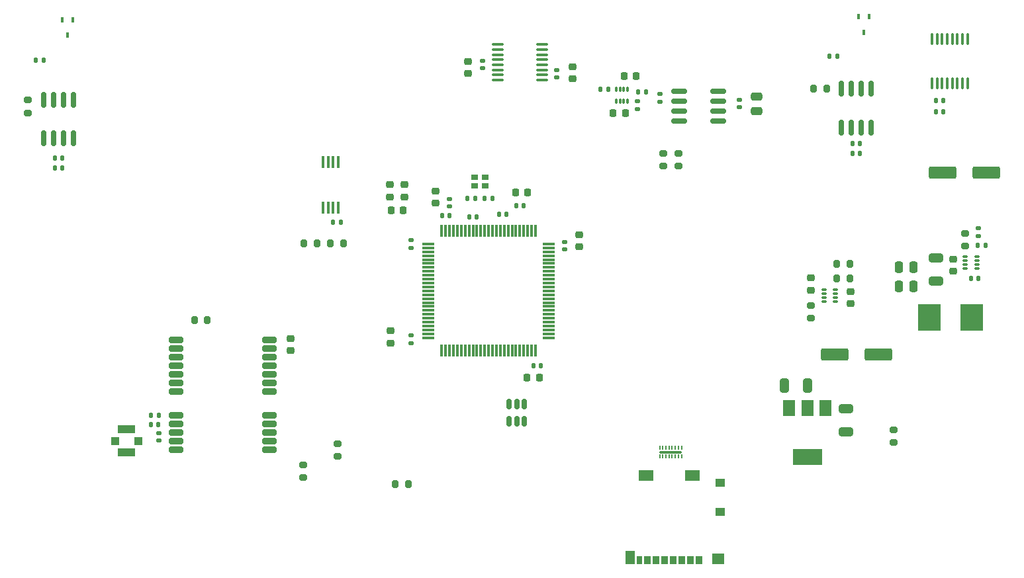
<source format=gtp>
G04 #@! TF.GenerationSoftware,KiCad,Pcbnew,7.0.8*
G04 #@! TF.CreationDate,2023-12-03T17:14:39-07:00*
G04 #@! TF.ProjectId,sdm24logger,73646d32-346c-46f6-9767-65722e6b6963,v3*
G04 #@! TF.SameCoordinates,Original*
G04 #@! TF.FileFunction,Paste,Top*
G04 #@! TF.FilePolarity,Positive*
%FSLAX46Y46*%
G04 Gerber Fmt 4.6, Leading zero omitted, Abs format (unit mm)*
G04 Created by KiCad (PCBNEW 7.0.8) date 2023-12-03 17:14:39*
%MOMM*%
%LPD*%
G01*
G04 APERTURE LIST*
G04 Aperture macros list*
%AMRoundRect*
0 Rectangle with rounded corners*
0 $1 Rounding radius*
0 $2 $3 $4 $5 $6 $7 $8 $9 X,Y pos of 4 corners*
0 Add a 4 corners polygon primitive as box body*
4,1,4,$2,$3,$4,$5,$6,$7,$8,$9,$2,$3,0*
0 Add four circle primitives for the rounded corners*
1,1,$1+$1,$2,$3*
1,1,$1+$1,$4,$5*
1,1,$1+$1,$6,$7*
1,1,$1+$1,$8,$9*
0 Add four rect primitives between the rounded corners*
20,1,$1+$1,$2,$3,$4,$5,0*
20,1,$1+$1,$4,$5,$6,$7,0*
20,1,$1+$1,$6,$7,$8,$9,0*
20,1,$1+$1,$8,$9,$2,$3,0*%
G04 Aperture macros list end*
%ADD10RoundRect,0.140000X0.140000X0.170000X-0.140000X0.170000X-0.140000X-0.170000X0.140000X-0.170000X0*%
%ADD11RoundRect,0.135000X-0.135000X-0.185000X0.135000X-0.185000X0.135000X0.185000X-0.135000X0.185000X0*%
%ADD12RoundRect,0.200000X0.200000X0.275000X-0.200000X0.275000X-0.200000X-0.275000X0.200000X-0.275000X0*%
%ADD13RoundRect,0.140000X-0.140000X-0.170000X0.140000X-0.170000X0.140000X0.170000X-0.140000X0.170000X0*%
%ADD14RoundRect,0.225000X-0.250000X0.225000X-0.250000X-0.225000X0.250000X-0.225000X0.250000X0.225000X0*%
%ADD15RoundRect,0.250000X-1.500000X-0.550000X1.500000X-0.550000X1.500000X0.550000X-1.500000X0.550000X0*%
%ADD16RoundRect,0.200000X-0.200000X-0.275000X0.200000X-0.275000X0.200000X0.275000X-0.200000X0.275000X0*%
%ADD17RoundRect,0.225000X-0.225000X-0.250000X0.225000X-0.250000X0.225000X0.250000X-0.225000X0.250000X0*%
%ADD18RoundRect,0.225000X0.225000X0.250000X-0.225000X0.250000X-0.225000X-0.250000X0.225000X-0.250000X0*%
%ADD19RoundRect,0.150000X-0.150000X0.512500X-0.150000X-0.512500X0.150000X-0.512500X0.150000X0.512500X0*%
%ADD20RoundRect,0.200000X0.275000X-0.200000X0.275000X0.200000X-0.275000X0.200000X-0.275000X-0.200000X0*%
%ADD21RoundRect,0.140000X0.170000X-0.140000X0.170000X0.140000X-0.170000X0.140000X-0.170000X-0.140000X0*%
%ADD22RoundRect,0.050000X-0.050000X0.175000X-0.050000X-0.175000X0.050000X-0.175000X0.050000X0.175000X0*%
%ADD23RoundRect,0.075000X-1.325000X0.075000X-1.325000X-0.075000X1.325000X-0.075000X1.325000X0.075000X0*%
%ADD24RoundRect,0.135000X0.185000X-0.135000X0.185000X0.135000X-0.185000X0.135000X-0.185000X-0.135000X0*%
%ADD25R,1.000000X1.000000*%
%ADD26R,2.200000X1.050000*%
%ADD27R,2.950000X3.500000*%
%ADD28RoundRect,0.218750X0.218750X0.256250X-0.218750X0.256250X-0.218750X-0.256250X0.218750X-0.256250X0*%
%ADD29RoundRect,0.225000X0.250000X-0.225000X0.250000X0.225000X-0.250000X0.225000X-0.250000X-0.225000X0*%
%ADD30RoundRect,0.075000X0.075000X-0.260000X0.075000X0.260000X-0.075000X0.260000X-0.075000X-0.260000X0*%
%ADD31RoundRect,0.250000X-0.325000X-0.650000X0.325000X-0.650000X0.325000X0.650000X-0.325000X0.650000X0*%
%ADD32R,0.850000X1.100000*%
%ADD33R,0.750000X1.100000*%
%ADD34R,1.200000X1.000000*%
%ADD35R,1.550000X1.350000*%
%ADD36R,1.900000X1.350000*%
%ADD37R,1.170000X1.800000*%
%ADD38RoundRect,0.075000X-0.075000X0.725000X-0.075000X-0.725000X0.075000X-0.725000X0.075000X0.725000X0*%
%ADD39RoundRect,0.075000X-0.725000X0.075000X-0.725000X-0.075000X0.725000X-0.075000X0.725000X0.075000X0*%
%ADD40RoundRect,0.250000X-0.250000X-0.475000X0.250000X-0.475000X0.250000X0.475000X-0.250000X0.475000X0*%
%ADD41R,0.450000X0.700000*%
%ADD42RoundRect,0.150000X0.150000X-0.825000X0.150000X0.825000X-0.150000X0.825000X-0.150000X-0.825000X0*%
%ADD43RoundRect,0.135000X-0.185000X0.135000X-0.185000X-0.135000X0.185000X-0.135000X0.185000X0.135000X0*%
%ADD44RoundRect,0.250000X-0.650000X0.325000X-0.650000X-0.325000X0.650000X-0.325000X0.650000X0.325000X0*%
%ADD45RoundRect,0.200000X-0.275000X0.200000X-0.275000X-0.200000X0.275000X-0.200000X0.275000X0.200000X0*%
%ADD46RoundRect,0.150000X0.825000X0.150000X-0.825000X0.150000X-0.825000X-0.150000X0.825000X-0.150000X0*%
%ADD47RoundRect,0.135000X0.135000X0.185000X-0.135000X0.185000X-0.135000X-0.185000X0.135000X-0.185000X0*%
%ADD48RoundRect,0.140000X-0.170000X0.140000X-0.170000X-0.140000X0.170000X-0.140000X0.170000X0.140000X0*%
%ADD49RoundRect,0.147500X0.172500X-0.147500X0.172500X0.147500X-0.172500X0.147500X-0.172500X-0.147500X0*%
%ADD50RoundRect,0.075000X0.260000X0.075000X-0.260000X0.075000X-0.260000X-0.075000X0.260000X-0.075000X0*%
%ADD51RoundRect,0.200000X-0.700000X-0.200000X0.700000X-0.200000X0.700000X0.200000X-0.700000X0.200000X0*%
%ADD52R,0.900000X0.800000*%
%ADD53RoundRect,0.100000X-0.100000X0.637500X-0.100000X-0.637500X0.100000X-0.637500X0.100000X0.637500X0*%
%ADD54RoundRect,0.075000X-0.260000X-0.075000X0.260000X-0.075000X0.260000X0.075000X-0.260000X0.075000X0*%
%ADD55RoundRect,0.250000X0.475000X-0.250000X0.475000X0.250000X-0.475000X0.250000X-0.475000X-0.250000X0*%
%ADD56RoundRect,0.100000X-0.100000X0.675000X-0.100000X-0.675000X0.100000X-0.675000X0.100000X0.675000X0*%
%ADD57RoundRect,0.100000X0.637500X0.100000X-0.637500X0.100000X-0.637500X-0.100000X0.637500X-0.100000X0*%
%ADD58R,1.500000X2.000000*%
%ADD59R,3.800000X2.000000*%
G04 APERTURE END LIST*
D10*
X126480000Y-111500000D03*
X125520000Y-111500000D03*
D11*
X171590000Y-91000000D03*
X172610000Y-91000000D03*
D12*
X117725000Y-145700000D03*
X116075000Y-145700000D03*
D13*
X185220000Y-98100000D03*
X186180000Y-98100000D03*
D14*
X139600000Y-113825000D03*
X139600000Y-115375000D03*
D15*
X172260000Y-129140000D03*
X177860000Y-129140000D03*
D10*
X73505000Y-103965000D03*
X72545000Y-103965000D03*
D16*
X104375000Y-114900000D03*
X106025000Y-114900000D03*
D17*
X132925000Y-132100000D03*
X134475000Y-132100000D03*
D12*
X92025000Y-124700000D03*
X90375000Y-124700000D03*
D10*
X123025000Y-111400000D03*
X122065000Y-111400000D03*
D18*
X145475000Y-98200000D03*
X143925000Y-98200000D03*
D12*
X174185000Y-119440000D03*
X172535000Y-119440000D03*
D16*
X169575000Y-95100000D03*
X171225000Y-95100000D03*
D19*
X132550000Y-135462500D03*
X131600000Y-135462500D03*
X130650000Y-135462500D03*
X130650000Y-137737500D03*
X131600000Y-137737500D03*
X132550000Y-137737500D03*
D10*
X85780000Y-138100000D03*
X84820000Y-138100000D03*
D15*
X186060000Y-105840000D03*
X191660000Y-105840000D03*
D20*
X179800000Y-140425000D03*
X179800000Y-138775000D03*
D10*
X175480000Y-103400000D03*
X174520000Y-103400000D03*
D21*
X118100000Y-127680000D03*
X118100000Y-126720000D03*
D22*
X152680000Y-141075000D03*
X152280000Y-141075000D03*
X151880000Y-141075000D03*
X151480000Y-141075000D03*
X151080000Y-141075000D03*
X150680000Y-141075000D03*
X150280000Y-141075000D03*
X149880000Y-141075000D03*
X149880000Y-142225000D03*
X150280000Y-142225000D03*
X150680000Y-142225000D03*
X151080000Y-142225000D03*
X151480000Y-142225000D03*
X151880000Y-142225000D03*
X152280000Y-142225000D03*
X152680000Y-142225000D03*
D23*
X151280000Y-141650000D03*
D21*
X160075000Y-97515000D03*
X160075000Y-96555000D03*
D24*
X147030000Y-97770000D03*
X147030000Y-96750000D03*
D25*
X83200000Y-140200000D03*
D26*
X81700000Y-141675000D03*
D25*
X80200000Y-140200000D03*
D26*
X81700000Y-138725000D03*
D10*
X128460000Y-109170000D03*
X127500000Y-109170000D03*
D27*
X184335000Y-124400000D03*
X189785000Y-124400000D03*
D20*
X104300000Y-144925000D03*
X104300000Y-143275000D03*
D10*
X126260000Y-109170000D03*
X125300000Y-109170000D03*
D28*
X117085000Y-110697500D03*
X115510000Y-110697500D03*
D21*
X123000000Y-110180000D03*
X123000000Y-109220000D03*
D29*
X115410000Y-108972500D03*
X115410000Y-107422500D03*
D30*
X144300000Y-96700000D03*
X144800000Y-96700000D03*
X145300000Y-96700000D03*
X145800000Y-96700000D03*
X145800000Y-95220000D03*
X145300000Y-95220000D03*
X144800000Y-95220000D03*
X144300000Y-95220000D03*
D31*
X165835000Y-133140000D03*
X168785000Y-133140000D03*
D32*
X154945000Y-155450000D03*
X153845000Y-155450000D03*
X152745000Y-155450000D03*
X151645000Y-155450000D03*
X150545000Y-155450000D03*
X149445000Y-155450000D03*
X148345000Y-155450000D03*
D33*
X147295000Y-155450000D03*
D34*
X157580000Y-149300000D03*
X157580000Y-145600000D03*
D35*
X157405000Y-155325000D03*
D36*
X154080000Y-144625000D03*
X148110000Y-144625000D03*
D37*
X146085000Y-155100000D03*
D38*
X134000000Y-113325000D03*
X133500000Y-113325000D03*
X133000000Y-113325000D03*
X132500000Y-113325000D03*
X132000000Y-113325000D03*
X131500000Y-113325000D03*
X131000000Y-113325000D03*
X130500000Y-113325000D03*
X130000000Y-113325000D03*
X129500000Y-113325000D03*
X129000000Y-113325000D03*
X128500000Y-113325000D03*
X128000000Y-113325000D03*
X127500000Y-113325000D03*
X127000000Y-113325000D03*
X126500000Y-113325000D03*
X126000000Y-113325000D03*
X125500000Y-113325000D03*
X125000000Y-113325000D03*
X124500000Y-113325000D03*
X124000000Y-113325000D03*
X123500000Y-113325000D03*
X123000000Y-113325000D03*
X122500000Y-113325000D03*
X122000000Y-113325000D03*
D39*
X120325000Y-115000000D03*
X120325000Y-115500000D03*
X120325000Y-116000000D03*
X120325000Y-116500000D03*
X120325000Y-117000000D03*
X120325000Y-117500000D03*
X120325000Y-118000000D03*
X120325000Y-118500000D03*
X120325000Y-119000000D03*
X120325000Y-119500000D03*
X120325000Y-120000000D03*
X120325000Y-120500000D03*
X120325000Y-121000000D03*
X120325000Y-121500000D03*
X120325000Y-122000000D03*
X120325000Y-122500000D03*
X120325000Y-123000000D03*
X120325000Y-123500000D03*
X120325000Y-124000000D03*
X120325000Y-124500000D03*
X120325000Y-125000000D03*
X120325000Y-125500000D03*
X120325000Y-126000000D03*
X120325000Y-126500000D03*
X120325000Y-127000000D03*
D38*
X122000000Y-128675000D03*
X122500000Y-128675000D03*
X123000000Y-128675000D03*
X123500000Y-128675000D03*
X124000000Y-128675000D03*
X124500000Y-128675000D03*
X125000000Y-128675000D03*
X125500000Y-128675000D03*
X126000000Y-128675000D03*
X126500000Y-128675000D03*
X127000000Y-128675000D03*
X127500000Y-128675000D03*
X128000000Y-128675000D03*
X128500000Y-128675000D03*
X129000000Y-128675000D03*
X129500000Y-128675000D03*
X130000000Y-128675000D03*
X130500000Y-128675000D03*
X131000000Y-128675000D03*
X131500000Y-128675000D03*
X132000000Y-128675000D03*
X132500000Y-128675000D03*
X133000000Y-128675000D03*
X133500000Y-128675000D03*
X134000000Y-128675000D03*
D39*
X135675000Y-127000000D03*
X135675000Y-126500000D03*
X135675000Y-126000000D03*
X135675000Y-125500000D03*
X135675000Y-125000000D03*
X135675000Y-124500000D03*
X135675000Y-124000000D03*
X135675000Y-123500000D03*
X135675000Y-123000000D03*
X135675000Y-122500000D03*
X135675000Y-122000000D03*
X135675000Y-121500000D03*
X135675000Y-121000000D03*
X135675000Y-120500000D03*
X135675000Y-120000000D03*
X135675000Y-119500000D03*
X135675000Y-119000000D03*
X135675000Y-118500000D03*
X135675000Y-118000000D03*
X135675000Y-117500000D03*
X135675000Y-117000000D03*
X135675000Y-116500000D03*
X135675000Y-116000000D03*
X135675000Y-115500000D03*
X135675000Y-115000000D03*
D21*
X118045000Y-115490000D03*
X118045000Y-114530000D03*
D17*
X145355000Y-93460000D03*
X146905000Y-93460000D03*
D40*
X180450000Y-120460000D03*
X182350000Y-120460000D03*
D41*
X176650000Y-85900000D03*
X175350000Y-85900000D03*
X176000000Y-87900000D03*
X74795000Y-86275000D03*
X73495000Y-86275000D03*
X74145000Y-88275000D03*
D13*
X131520000Y-110100000D03*
X132480000Y-110100000D03*
D14*
X187410000Y-116925000D03*
X187410000Y-118475000D03*
X115500000Y-126125000D03*
X115500000Y-127675000D03*
D42*
X173095000Y-100075000D03*
X174365000Y-100075000D03*
X175635000Y-100075000D03*
X176905000Y-100075000D03*
X176905000Y-95125000D03*
X175635000Y-95125000D03*
X174365000Y-95125000D03*
X173095000Y-95125000D03*
D20*
X69100000Y-98225000D03*
X69100000Y-96575000D03*
D42*
X71095000Y-101475000D03*
X72365000Y-101475000D03*
X73635000Y-101475000D03*
X74905000Y-101475000D03*
X74905000Y-96525000D03*
X73635000Y-96525000D03*
X72365000Y-96525000D03*
X71095000Y-96525000D03*
D43*
X190600000Y-112990000D03*
X190600000Y-114010000D03*
D12*
X109425000Y-114900000D03*
X107775000Y-114900000D03*
D14*
X174260000Y-121065000D03*
X174260000Y-122615000D03*
D44*
X185200000Y-116825000D03*
X185200000Y-119775000D03*
D45*
X150300000Y-103375000D03*
X150300000Y-105025000D03*
X108700000Y-140575000D03*
X108700000Y-142225000D03*
X169210000Y-122840000D03*
X169210000Y-124490000D03*
D21*
X149900000Y-96780000D03*
X149900000Y-95820000D03*
D20*
X188960000Y-115265000D03*
X188960000Y-113615000D03*
D21*
X127200000Y-92480000D03*
X127200000Y-91520000D03*
D44*
X173710000Y-136065000D03*
X173710000Y-139015000D03*
D29*
X125400000Y-93175000D03*
X125400000Y-91625000D03*
D16*
X172535000Y-117540000D03*
X174185000Y-117540000D03*
D10*
X134680000Y-130600000D03*
X133720000Y-130600000D03*
D46*
X157350000Y-99240000D03*
X157350000Y-97970000D03*
X157350000Y-96700000D03*
X157350000Y-95430000D03*
X152400000Y-95430000D03*
X152400000Y-96700000D03*
X152400000Y-97970000D03*
X152400000Y-99240000D03*
D47*
X143310000Y-95160000D03*
X142290000Y-95160000D03*
D48*
X137745000Y-114720000D03*
X137745000Y-115680000D03*
D10*
X175480000Y-102100000D03*
X174520000Y-102100000D03*
D49*
X85800000Y-140185000D03*
X85800000Y-139215000D03*
D50*
X172360000Y-122340000D03*
X172360000Y-121840000D03*
X172360000Y-121340000D03*
X172360000Y-120840000D03*
X170880000Y-120840000D03*
X170880000Y-121340000D03*
X170880000Y-121840000D03*
X170880000Y-122340000D03*
D11*
X190550000Y-115200000D03*
X191570000Y-115200000D03*
D29*
X117210000Y-108972500D03*
X117210000Y-107422500D03*
D51*
X88000000Y-127300000D03*
X88000000Y-128400000D03*
X88000000Y-129500000D03*
X88000000Y-130600000D03*
X88000000Y-131700000D03*
X88000000Y-132800000D03*
X88000000Y-133900000D03*
X88000000Y-136900000D03*
X88000000Y-138000000D03*
X88000000Y-139100000D03*
X88000000Y-140200000D03*
X88000000Y-141300000D03*
X100000000Y-141300000D03*
X100000000Y-140200000D03*
X100000000Y-139100000D03*
X100000000Y-138000000D03*
X100000000Y-136900000D03*
X100000000Y-133900000D03*
X100000000Y-132800000D03*
X100000000Y-131700000D03*
X100000000Y-130600000D03*
X100000000Y-129500000D03*
X100000000Y-128400000D03*
X100000000Y-127300000D03*
D52*
X127580000Y-106420000D03*
X126180000Y-106420000D03*
X126180000Y-107520000D03*
X127580000Y-107520000D03*
D53*
X189275000Y-88737500D03*
X188625000Y-88737500D03*
X187975000Y-88737500D03*
X187325000Y-88737500D03*
X186675000Y-88737500D03*
X186025000Y-88737500D03*
X185375000Y-88737500D03*
X184725000Y-88737500D03*
X184725000Y-94462500D03*
X185375000Y-94462500D03*
X186025000Y-94462500D03*
X186675000Y-94462500D03*
X187325000Y-94462500D03*
X187975000Y-94462500D03*
X188625000Y-94462500D03*
X189275000Y-94462500D03*
D11*
X147090000Y-95500000D03*
X148110000Y-95500000D03*
D29*
X138700000Y-93875000D03*
X138700000Y-92325000D03*
X169210000Y-120915000D03*
X169210000Y-119365000D03*
D54*
X188980000Y-116640000D03*
X188980000Y-117140000D03*
X188980000Y-117640000D03*
X188980000Y-118140000D03*
X190460000Y-118140000D03*
X190460000Y-117640000D03*
X190460000Y-117140000D03*
X190460000Y-116640000D03*
D29*
X121200000Y-109775000D03*
X121200000Y-108225000D03*
D17*
X131425000Y-108400000D03*
X132975000Y-108400000D03*
D55*
X162275000Y-97985000D03*
X162275000Y-96085000D03*
D47*
X85810000Y-136900000D03*
X84790000Y-136900000D03*
D29*
X102700000Y-128675000D03*
X102700000Y-127125000D03*
D56*
X108775000Y-104540000D03*
X108125000Y-104540000D03*
X107475000Y-104540000D03*
X106825000Y-104540000D03*
X106825000Y-110340000D03*
X107475000Y-110340000D03*
X108125000Y-110340000D03*
X108775000Y-110340000D03*
D21*
X136700000Y-93680000D03*
X136700000Y-92720000D03*
D10*
X190680000Y-119400000D03*
X189720000Y-119400000D03*
D13*
X185220000Y-96600000D03*
X186180000Y-96600000D03*
D57*
X134865000Y-94020000D03*
X134865000Y-93370000D03*
X134865000Y-92720000D03*
X134865000Y-92070000D03*
X134865000Y-91420000D03*
X134865000Y-90770000D03*
X134865000Y-90120000D03*
X134865000Y-89470000D03*
X129140000Y-89470000D03*
X129140000Y-90120000D03*
X129140000Y-90770000D03*
X129140000Y-91420000D03*
X129140000Y-92070000D03*
X129140000Y-92720000D03*
X129140000Y-93370000D03*
X129140000Y-94020000D03*
D45*
X152300000Y-103375000D03*
X152300000Y-105025000D03*
D58*
X171060000Y-135990000D03*
X168760000Y-135990000D03*
D59*
X168760000Y-142290000D03*
D58*
X166460000Y-135990000D03*
D10*
X109080000Y-112200000D03*
X108120000Y-112200000D03*
X73505000Y-105265000D03*
X72545000Y-105265000D03*
D40*
X180450000Y-117960000D03*
X182350000Y-117960000D03*
D11*
X70090000Y-91490000D03*
X71110000Y-91490000D03*
D13*
X129320000Y-111200000D03*
X130280000Y-111200000D03*
M02*

</source>
